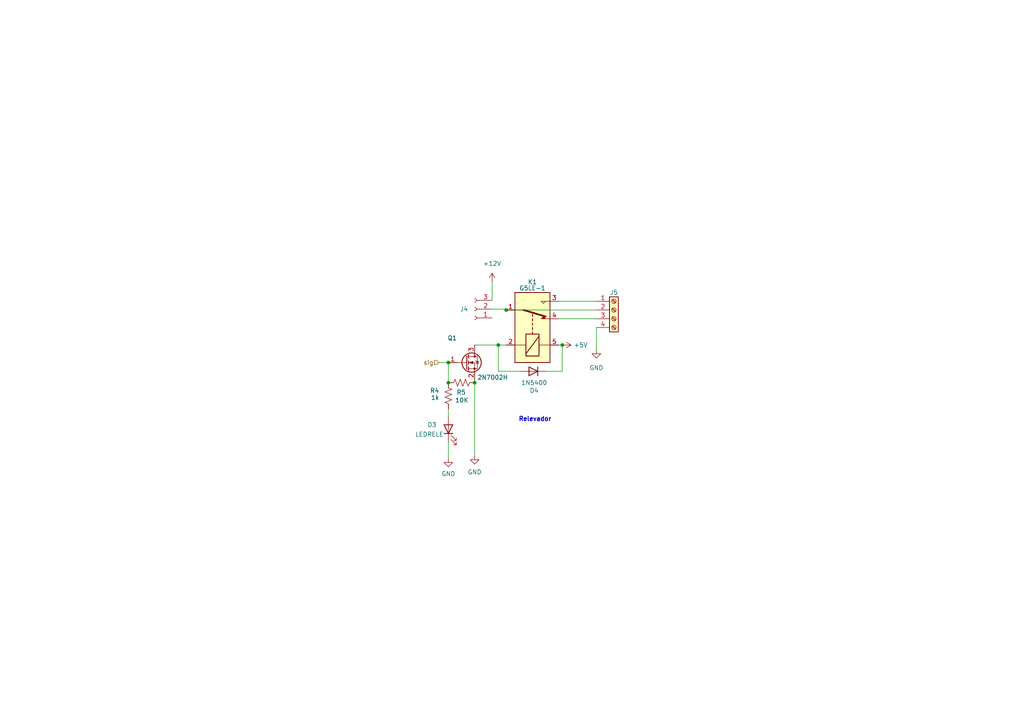
<source format=kicad_sch>
(kicad_sch (version 20230121) (generator eeschema)
  (paper "A4")
  (lib_symbols
    (symbol "Connector:Conn_01x03_Female" (pin_names (offset 1.016) hide)
      (property "Reference" "J" (at 0 5.08 0))
      (property "Value" "Conn_01x03_Female" (at 0 -5.08 0))
      (symbol "Conn_01x03_Female_1_1"
        (arc (start 0 -2.032) (mid -0.5058 -2.54) (end 0 -3.048) (stroke (width 0.1524)))
        (polyline (pts (xy -1.27 -2.54) (xy -0.508 -2.54)) (stroke (width 0.1524)))
        (polyline (pts (xy -1.27 0) (xy -0.508 0)) (stroke (width 0.1524)))
        (polyline (pts (xy -1.27 2.54) (xy -0.508 2.54)) (stroke (width 0.1524)))
        (arc (start 0 0.508) (mid -0.5058 0) (end 0 -0.508) (stroke (width 0.1524)))
        (arc (start 0 3.048) (mid -0.5058 2.54) (end 0 2.032) (stroke (width 0.1524)))
        (pin passive line (at -5.08 2.54 0) (length 3.81) (name "Pin_1") (number "1"))
        (pin passive line (at -5.08 0 0) (length 3.81) (name "Pin_2") (number "2"))
        (pin passive line (at -5.08 -2.54 0) (length 3.81) (name "Pin_3") (number "3"))
      )
    )
    (symbol "Connector:Screw_Terminal_01x04" (pin_names (offset 1.016) hide)
      (property "Reference" "J" (at 0 5.08 0))
      (property "Value" "Screw_Terminal_01x04" (at 0 -7.62 0))
      (symbol "Screw_Terminal_01x04_1_1"
        (rectangle (start -1.27 3.81) (end 1.27 -6.35) (stroke (width 0.254)) (fill (type background)))
        (circle (center 0 -5.08) (radius 0.635) (stroke (width 0.1524)))
        (circle (center 0 -2.54) (radius 0.635) (stroke (width 0.1524)))
        (polyline (pts (xy -0.5334 -4.7498) (xy 0.3302 -5.588)) (stroke (width 0.1524)))
        (polyline (pts (xy -0.5334 -2.2098) (xy 0.3302 -3.048)) (stroke (width 0.1524)))
        (polyline (pts (xy -0.5334 0.3302) (xy 0.3302 -0.508)) (stroke (width 0.1524)))
        (polyline (pts (xy -0.5334 2.8702) (xy 0.3302 2.032)) (stroke (width 0.1524)))
        (polyline (pts (xy -0.3556 -4.572) (xy 0.508 -5.4102)) (stroke (width 0.1524)))
        (polyline (pts (xy -0.3556 -2.032) (xy 0.508 -2.8702)) (stroke (width 0.1524)))
        (polyline (pts (xy -0.3556 0.508) (xy 0.508 -0.3302)) (stroke (width 0.1524)))
        (polyline (pts (xy -0.3556 3.048) (xy 0.508 2.2098)) (stroke (width 0.1524)))
        (circle (center 0 0) (radius 0.635) (stroke (width 0.1524)))
        (circle (center 0 2.54) (radius 0.635) (stroke (width 0.1524)))
        (pin passive line (at -5.08 2.54 0) (length 3.81) (name "Pin_1") (number "1"))
        (pin passive line (at -5.08 0 0) (length 3.81) (name "Pin_2") (number "2"))
        (pin passive line (at -5.08 -2.54 0) (length 3.81) (name "Pin_3") (number "3"))
        (pin passive line (at -5.08 -5.08 0) (length 3.81) (name "Pin_4") (number "4"))
      )
    )
    (symbol "Device:LED" (pin_numbers hide) (pin_names (offset 1.016) hide)
      (property "Reference" "D" (at 0 2.54 0))
      (property "Value" "LED" (at 0 -2.54 0))
      (symbol "LED_0_1"
        (polyline (pts (xy -1.27 -1.27) (xy -1.27 1.27)) (stroke (width 0.254)))
        (polyline (pts (xy -1.27 0) (xy 1.27 0)))
        (polyline (pts (xy 1.27 -1.27) (xy 1.27 1.27) (xy -1.27 0) (xy 1.27 -1.27)) (stroke (width 0.254)))
        (polyline (pts (xy -3.048 -0.762) (xy -4.572 -2.286) (xy -3.81 -2.286) (xy -4.572 -2.286) (xy -4.572 -1.524)))
        (polyline (pts (xy -1.778 -0.762) (xy -3.302 -2.286) (xy -2.54 -2.286) (xy -3.302 -2.286) (xy -3.302 -1.524)))
      )
      (symbol "LED_1_1"
        (pin passive line (at -3.81 0 0) (length 2.54) (name "K") (number "1"))
        (pin passive line (at 3.81 0 180) (length 2.54) (name "A") (number "2"))
      )
    )
    (symbol "Device:R_US" (pin_numbers hide) (pin_names (offset 0))
      (property "Reference" "R" (at 2.54 0 90))
      (property "Value" "R_US" (at -2.54 0 90))
      (symbol "R_US_0_1"
        (polyline (pts (xy 0 -2.286) (xy 0 -2.54)))
        (polyline (pts (xy 0 2.286) (xy 0 2.54)))
        (polyline (pts (xy 0 -0.762) (xy 1.016 -1.143) (xy 0 -1.524) (xy -1.016 -1.905) (xy 0 -2.286)))
        (polyline (pts (xy 0 0.762) (xy 1.016 0.381) (xy 0 0) (xy -1.016 -0.381) (xy 0 -0.762)))
        (polyline (pts (xy 0 2.286) (xy 1.016 1.905) (xy 0 1.524) (xy -1.016 1.143) (xy 0 0.762)))
      )
      (symbol "R_US_1_1"
        (pin passive line (at 0 3.81 270) (length 1.27) (name "~") (number "1"))
        (pin passive line (at 0 -3.81 90) (length 1.27) (name "~") (number "2"))
      )
    )
    (symbol "Diode:1N5400" (pin_numbers hide) (pin_names hide)
      (property "Reference" "D" (at 0 2.54 0))
      (property "Value" "1N5400" (at 0 -2.54 0))
      (symbol "1N5400_0_1"
        (polyline (pts (xy -1.27 1.27) (xy -1.27 -1.27)) (stroke (width 0.254)))
        (polyline (pts (xy 1.27 0) (xy -1.27 0)))
        (polyline (pts (xy 1.27 1.27) (xy 1.27 -1.27) (xy -1.27 0) (xy 1.27 1.27)) (stroke (width 0.254)))
      )
      (symbol "1N5400_1_1"
        (pin passive line (at -3.81 0 0) (length 2.54) (name "K") (number "1"))
        (pin passive line (at 3.81 0 180) (length 2.54) (name "A") (number "2"))
      )
    )
    (symbol "Relay:G5LE-1"
      (property "Reference" "K" (at 11.43 3.81 0))
      (property "Value" "G5LE-1" (at 11.43 1.27 0))
      (symbol "G5LE-1_0_0"
        (polyline (pts (xy 7.62 5.08) (xy 7.62 2.54) (xy 6.985 3.175) (xy 7.62 3.81)))
      )
      (symbol "G5LE-1_0_1"
        (rectangle (start -10.16 5.08) (end 10.16 -5.08) (stroke (width 0.254)) (fill (type background)))
        (rectangle (start -8.255 1.905) (end -1.905 -1.905) (stroke (width 0.254)))
        (polyline (pts (xy -7.62 -1.905) (xy -2.54 1.905)) (stroke (width 0.254)))
        (polyline (pts (xy -5.08 -5.08) (xy -5.08 -1.905)))
        (polyline (pts (xy -5.08 5.08) (xy -5.08 1.905)))
        (polyline (pts (xy -1.905 0) (xy -1.27 0)) (stroke (width 0.254)))
        (polyline (pts (xy -0.635 0) (xy 0 0)) (stroke (width 0.254)))
        (polyline (pts (xy 0.635 0) (xy 1.27 0)) (stroke (width 0.254)))
        (polyline (pts (xy 1.905 0) (xy 2.54 0)) (stroke (width 0.254)))
        (polyline (pts (xy 3.175 0) (xy 3.81 0)) (stroke (width 0.254)))
        (polyline (pts (xy 5.08 -2.54) (xy 3.175 3.81)) (stroke (width 0.508)))
        (polyline (pts (xy 5.08 -2.54) (xy 5.08 -5.08)))
        (polyline (pts (xy 2.54 5.08) (xy 2.54 2.54) (xy 3.175 3.175) (xy 2.54 3.81)) (fill (type outline)))
      )
      (symbol "G5LE-1_1_1"
        (pin passive line (at 5.08 -7.62 90) (length 2.54) (name "~") (number "1"))
        (pin passive line (at -5.08 -7.62 90) (length 2.54) (name "~") (number "2"))
        (pin passive line (at 7.62 7.62 270) (length 2.54) (name "~") (number "3"))
        (pin passive line (at 2.54 7.62 270) (length 2.54) (name "~") (number "4"))
        (pin passive line (at -5.08 7.62 270) (length 2.54) (name "~") (number "5"))
      )
    )
    (symbol "Transistor_FET:2N7002H" (pin_names hide)
      (property "Reference" "Q" (at 5.08 1.905 0))
      (property "Value" "2N7002H" (at 5.08 0 0))
      (symbol "2N7002H_0_1"
        (polyline (pts (xy 0.254 0) (xy -2.54 0)))
        (polyline (pts (xy 0.254 1.905) (xy 0.254 -1.905)) (stroke (width 0.254)))
        (polyline (pts (xy 0.762 -1.27) (xy 0.762 -2.286)) (stroke (width 0.254)))
        (polyline (pts (xy 0.762 0.508) (xy 0.762 -0.508)) (stroke (width 0.254)))
        (polyline (pts (xy 0.762 2.286) (xy 0.762 1.27)) (stroke (width 0.254)))
        (polyline (pts (xy 2.54 2.54) (xy 2.54 1.778)))
        (polyline (pts (xy 2.54 -2.54) (xy 2.54 0) (xy 0.762 0)))
        (polyline (pts (xy 0.762 -1.778) (xy 3.302 -1.778) (xy 3.302 1.778) (xy 0.762 1.778)))
        (polyline (pts (xy 1.016 0) (xy 2.032 0.381) (xy 2.032 -0.381) (xy 1.016 0)) (fill (type outline)))
        (polyline (pts (xy 2.794 0.508) (xy 2.921 0.381) (xy 3.683 0.381) (xy 3.81 0.254)))
        (polyline (pts (xy 3.302 0.381) (xy 2.921 -0.254) (xy 3.683 -0.254) (xy 3.302 0.381)))
        (circle (center 1.651 0) (radius 2.794) (stroke (width 0.254)))
        (circle (center 2.54 -1.778) (radius 0.254) (fill (type outline)))
        (circle (center 2.54 1.778) (radius 0.254) (fill (type outline)))
      )
      (symbol "2N7002H_1_1"
        (pin input line (at -5.08 0 0) (length 2.54) (name "G") (number "1"))
        (pin passive line (at 2.54 -5.08 90) (length 2.54) (name "S") (number "2"))
        (pin passive line (at 2.54 5.08 270) (length 2.54) (name "D") (number "3"))
      )
    )
    (symbol "power:+12V" (power) (pin_names (offset 0))
      (property "Value" "+12V" (at 0 3.556 0))
      (symbol "+12V_0_1"
        (polyline (pts (xy -0.762 1.27) (xy 0 2.54)))
        (polyline (pts (xy 0 0) (xy 0 2.54)))
        (polyline (pts (xy 0 2.54) (xy 0.762 1.27)))
      )
      (symbol "+12V_1_1"
        (pin power_in line (at 0 0 90) (length 0) hide (name "+12V") (number "1"))
      )
    )
    (symbol "power:+5V" (power) (pin_names (offset 0))
      (property "Value" "+5V" (at 0 3.556 0))
      (symbol "+5V_0_1"
        (polyline (pts (xy -0.762 1.27) (xy 0 2.54)))
        (polyline (pts (xy 0 0) (xy 0 2.54)))
        (polyline (pts (xy 0 2.54) (xy 0.762 1.27)))
      )
      (symbol "+5V_1_1"
        (pin power_in line (at 0 0 90) (length 0) hide (name "+5V") (number "1"))
      )
    )
    (symbol "power:GND" (power) (pin_names (offset 0))
      (property "Value" "GND" (at 0 -3.81 0))
      (symbol "GND_0_1"
        (polyline (pts (xy 0 0) (xy 0 -1.27) (xy 1.27 -1.27) (xy 0 -2.54) (xy -1.27 -1.27) (xy 0 -1.27)))
      )
      (symbol "GND_1_1"
        (pin power_in line (at 0 0 270) (length 0) hide (name "GND") (number "1"))
      )
    )
  )
  (junction (at 130.048 105.156))
  (junction (at 137.668 110.998))
  (junction (at 146.812 89.916))
  (junction (at 163.068 100.076))
  (junction (at 144.526 100.076))
  (junction (at 130.048 110.998))
  (wire (pts (xy 130.048 132.842) (xy 130.048 128.27)))
  (wire (pts (xy 163.068 100.076) (xy 162.052 100.076)))
  (wire (pts (xy 137.668 100.076) (xy 144.526 100.076)))
  (wire (pts (xy 163.068 100.076) (xy 163.068 107.696)))
  (wire (pts (xy 146.812 89.916) (xy 172.974 89.916)))
  (wire (pts (xy 144.526 100.076) (xy 146.812 100.076)))
  (wire (pts (xy 146.812 89.662) (xy 146.812 89.916)))
  (wire (pts (xy 172.974 94.996) (xy 172.974 101.346)))
  (wire (pts (xy 137.668 110.236) (xy 137.668 110.998)))
  (wire (pts (xy 127.254 105.156) (xy 130.048 105.156)))
  (wire (pts (xy 130.048 120.65) (xy 130.048 118.618)))
  (wire (pts (xy 142.748 89.662) (xy 146.812 89.662)))
  (wire (pts (xy 137.668 110.998) (xy 137.668 132.08)))
  (wire (pts (xy 144.526 107.696) (xy 150.876 107.696)))
  (wire (pts (xy 158.496 107.696) (xy 163.068 107.696)))
  (wire (pts (xy 162.052 92.456) (xy 172.974 92.456)))
  (wire (pts (xy 162.052 87.376) (xy 172.974 87.376)))
  (wire (pts (xy 130.048 110.998) (xy 130.048 105.156)))
  (wire (pts (xy 142.748 81.788) (xy 142.748 87.122)))
  (wire (pts (xy 144.526 107.696) (xy 144.526 100.076)))
  (text "Relevador\n" (at 150.368 122.428 0) (effects (font (size 1.27 1.27) bold) (justify left bottom)))
  (hierarchical_label "sig" (shape input) (at 127.254 105.156 180))
  (symbol (lib_id "power:GND") (at 130.048 132.842 0) (unit 1)
    (property "Reference" "#PWR018" (effects hide))
    (property "Value" "GND" (at 130.048 137.414 0))
    (instances (project "Barra de luz" (path "" (reference "#PWR018") (unit 1))) (project "ER-PROMEGA-SHIELD" (path "" (reference "#PWR04") (unit 1)) (path "" (reference "#PWR014") (unit 1)) (path "" (reference "#PWR019") (unit 1)) (path "" (reference "#PWR024") (unit 1))))
  )
  (symbol (lib_id "Device:R_US") (at 133.858 110.998 90) (unit 1)
    (property "Reference" "R5" (at 135.128 113.792 90) (effects (justify left)))
    (property "Value" "10K" (at 135.89 116.078 90) (effects (justify left)))
    (property "Footprint" "Resistor_SMD:R_0805_2012Metric_Pad1.20x1.40mm_HandSolder" (effects hide))
    (instances (project "Barra de luz" (path "" (reference "R5") (unit 1))) (project "SCARAB-V1" (path "" (reference "R3") (unit 1))) (project "ER-PROMEGA-SHIELD" (path "" (reference "R5") (unit 1)) (path "" (reference "R7") (unit 1)) (path "" (reference "R9") (unit 1)) (path "" (reference "R11") (unit 1))))
  )
  (symbol (lib_id "Transistor_FET:2N7002H") (at 135.128 105.156 0) (unit 1)
    (property "Reference" "Q1" (at 129.794 98.044 0) (effects (justify left)))
    (property "Value" "2N7002H" (at 138.43 109.474 0) (effects (justify left)))
    (property "Footprint" "Package_TO_SOT_SMD:SOT-23" (effects hide))
    (property "Datasheet" "http://www.diodes.com/assets/Datasheets/2N7002H.pdf" (effects hide))
    (instances (project "Barra de luz" (path "" (reference "Q1") (unit 1))) (project "SCARAB-V1" (path "" (reference "Q1") (unit 1))) (project "ER-PROMEGA-SHIELD" (path "" (reference "Q1") (unit 1)) (path "" (reference "Q2") (unit 1)) (path "" (reference "Q3") (unit 1)) (path "" (reference "Q4") (unit 1))))
  )
  (symbol (lib_id "Relay:G5LE-1") (at 154.432 94.996 270) (mirror x) (unit 1)
    (property "Reference" "K1" (at 154.432 81.788 90))
    (property "Value" "G5LE-1" (at 154.432 83.566 90))
    (property "Footprint" "Relay_THT:Relay_SPDT_Omron-G5LE-1" (effects hide))
    (property "Datasheet" "http://www.omron.com/ecb/products/pdf/en-g5le.pdf" (effects hide))
    (instances (project "Barra de luz" (path "" (reference "K1") (unit 1))) (project "SCARAB-V1" (path "" (reference "K1") (unit 1))) (project "ER-PROMEGA-SHIELD" (path "" (reference "K1") (unit 1)) (path "" (reference "K2") (unit 1)) (path "" (reference "K3") (unit 1)) (path "" (reference "K4") (unit 1))))
  )
  (symbol (lib_id "power:GND") (at 172.974 101.346 0) (unit 1)
    (property "Reference" "#PWR022" (effects hide))
    (property "Value" "GND" (at 172.974 106.68 0))
    (instances (project "Barra de luz" (path "" (reference "#PWR022") (unit 1))) (project "ER-PROMEGA-SHIELD" (path "" (reference "#PWR02") (unit 1)) (path "" (reference "#PWR018") (unit 1)) (path "" (reference "#PWR023") (unit 1)) (path "" (reference "#PWR028") (unit 1))))
  )
  (symbol (lib_id "Connector:Screw_Terminal_01x04") (at 178.054 89.916 0) (unit 1)
    (property "Reference" "J5" (at 178.054 84.836 0))
    (property "Value" "Screw_Terminal_01x04" (effects hide))
    (property "Footprint" "TerminalBlock_Phoenix:TerminalBlock_Phoenix_MKDS-3-4-5.08_1x04_P5.08mm_Horizontal" (effects hide))
    (instances (project "Barra de luz" (path "" (reference "J5") (unit 1))) (project "SCARAB-V1" (path "" (reference "J4") (unit 1))) (project "ER-PROMEGA-SHIELD" (path "" (reference "J3") (unit 1)) (path "" (reference "J13") (unit 1)) (path "" (reference "J15") (unit 1)) (path "" (reference "J17") (unit 1))))
  )
  (symbol (lib_id "power:+12V") (at 142.748 81.788 0) (unit 1)
    (property "Reference" "#PWR020" (effects hide))
    (property "Value" "+12V" (at 142.748 76.454 0))
    (instances (project "Barra de luz" (path "" (reference "#PWR020") (unit 1))) (project "ER-PROMEGA-SHIELD" (path "" (reference "#PWR01") (unit 1)) (path "" (reference "#PWR016") (unit 1)) (path "" (reference "#PWR021") (unit 1)) (path "" (reference "#PWR026") (unit 1))))
  )
  (symbol (lib_id "Device:R_US") (at 130.048 114.808 0) (unit 1)
    (property "Reference" "R4" (at 124.714 113.284 0) (effects (justify left)))
    (property "Value" "1k" (at 124.968 115.316 0) (effects (justify left)))
    (property "Footprint" "Resistor_SMD:R_0805_2012Metric_Pad1.20x1.40mm_HandSolder" (effects hide))
    (instances (project "Barra de luz" (path "" (reference "R4") (unit 1))) (project "SCARAB-V1" (path "" (reference "R1") (unit 1))) (project "ER-PROMEGA-SHIELD" (path "" (reference "R4") (unit 1)) (path "" (reference "R6") (unit 1)) (path "" (reference "R8") (unit 1)) (path "" (reference "R10") (unit 1))))
  )
  (symbol (lib_id "Connector:Conn_01x03_Female") (at 137.668 89.662 180) (unit 1)
    (property "Reference" "J4" (at 134.62 89.662 0))
    (property "Value" "Conn_01x03_Female" (effects hide))
    (property "Footprint" "Connector_PinHeader_2.54mm:PinHeader_1x03_P2.54mm_Vertical" (effects hide))
    (instances (project "Barra de luz" (path "" (reference "J4") (unit 1))) (project "SCARAB-V1" (path "" (reference "J2") (unit 1))) (project "ER-PROMEGA-SHIELD" (path "" (reference "J2") (unit 1)) (path "" (reference "J12") (unit 1)) (path "" (reference "J14") (unit 1)) (path "" (reference "J16") (unit 1))))
  )
  (symbol (lib_id "Device:LED") (at 130.048 124.46 90) (unit 1)
    (property "Reference" "D3" (at 123.952 123.19 90) (effects (justify right)))
    (property "Value" "LEDRELE" (at 120.396 125.984 90) (effects (justify right)))
    (property "Footprint" "LED_SMD:LED_1206_3216Metric_Pad1.42x1.75mm_HandSolder" (effects hide))
    (instances (project "Barra de luz" (path "" (reference "D3") (unit 1))) (project "SCARAB-V1" (path "" (reference "D1") (unit 1))) (project "ER-PROMEGA-SHIELD" (path "" (reference "D3") (unit 1)) (path "" (reference "D5") (unit 1)) (path "" (reference "D7") (unit 1)) (path "" (reference "D9") (unit 1))))
  )
  (symbol (lib_id "Diode:1N5400") (at 154.686 107.696 180) (unit 1)
    (property "Reference" "D4" (at 154.94 113.284 0))
    (property "Value" "1N5400" (at 154.94 110.998 0))
    (property "Footprint" "Diode_THT:D_A-405_P7.62mm_Horizontal" (effects hide))
    (property "Datasheet" "http://www.vishay.com/docs/88516/1n5400.pdf" (effects hide))
    (instances (project "Barra de luz" (path "" (reference "D4") (unit 1))) (project "SCARAB-V1" (path "" (reference "D3") (unit 1))) (project "ER-PROMEGA-SHIELD" (path "" (reference "D4") (unit 1)) (path "" (reference "D6") (unit 1)) (path "" (reference "D8") (unit 1)) (path "" (reference "D10") (unit 1))))
  )
  (symbol (lib_id "power:GND") (at 137.668 132.08 0) (unit 1)
    (property "Reference" "#PWR019" (effects hide))
    (property "Value" "GND" (at 137.668 136.906 0))
    (instances (project "Barra de luz" (path "" (reference "#PWR019") (unit 1))) (project "ER-PROMEGA-SHIELD" (path "" (reference "#PWR03") (unit 1)) (path "" (reference "#PWR015") (unit 1)) (path "" (reference "#PWR020") (unit 1)) (path "" (reference "#PWR025") (unit 1))))
  )
  (symbol (lib_id "power:+5V") (at 163.068 100.076 270) (unit 1)
    (property "Reference" "#PWR021" (effects hide))
    (property "Value" "+5V" (at 166.37 100.076 90) (effects (justify left)))
    (instances (project "Barra de luz" (path "" (reference "#PWR021") (unit 1))) (project "ER-PROMEGA-SHIELD" (path "" (reference "#PWR013") (unit 1)) (path "" (reference "#PWR017") (unit 1)) (path "" (reference "#PWR022") (unit 1)) (path "" (reference "#PWR027") (unit 1))))
  )
)
</source>
